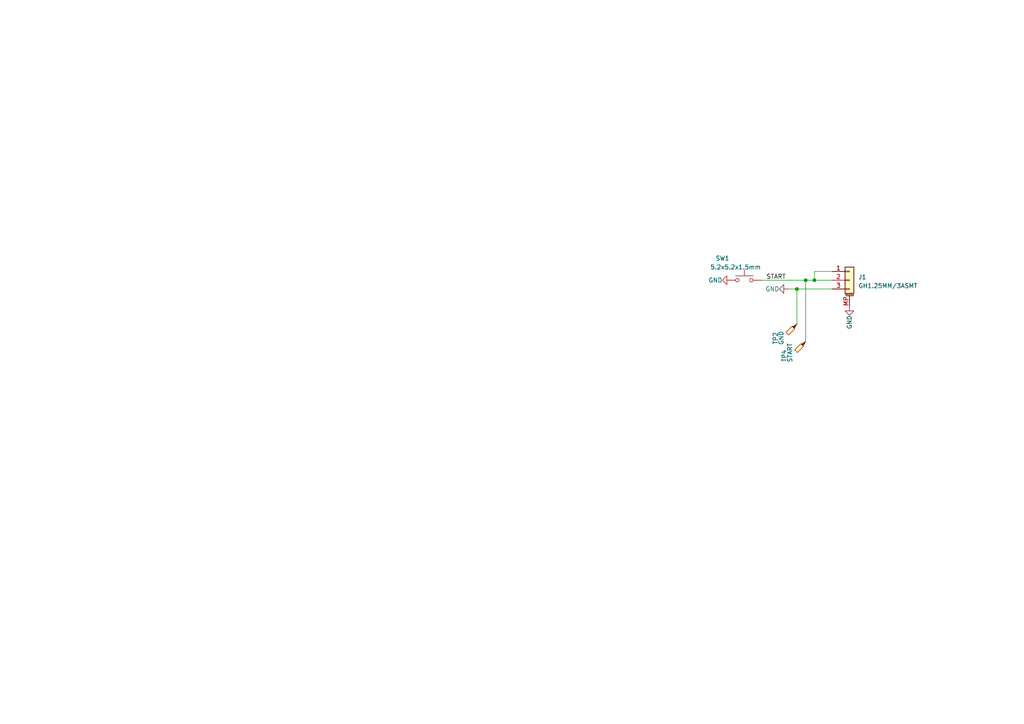
<source format=kicad_sch>
(kicad_sch (version 20231120) (generator "eeschema") (generator_version "8.0")
  (paper "A4")
  (title_block (title "EHDS-01-LED") (date "2022-11-16") (rev "V0.1"))
  (lib_symbols
    (symbol "Connector:TestPoint_Probe" (pin_numbers hide) (pin_names (offset 0.762) hide)
      (property "Reference" "TP" (at 1.651 5.842 0))
      (property "Value" "TestPoint_Probe" (at 1.651 4.064 0))
      (symbol "TestPoint_Probe_0_1"
        (polyline (pts (xy 1.27 0.762) (xy 0 0) (xy 0.762 1.27) (xy 1.27 0.762)) (fill (type outline)))
        (polyline (pts (xy 1.397 0.635) (xy 0.635 1.397) (xy 2.413 3.175) (xy 3.175 2.413) (xy 1.397 0.635)) (fill (type background)))
      )
      (symbol "TestPoint_Probe_1_1"
        (pin passive line (at 0 0 90) (length 0) (name "1") (number "1"))
      )
    )
    (symbol "Connector_Generic_MountingPin:Conn_01x03_MountingPin" (pin_names (offset 1.016) hide)
      (property "Reference" "J" (at 0 5.08 0))
      (property "Value" "Conn_01x03_MountingPin" (at 1.27 -5.08 0))
      (symbol "Conn_01x03_MountingPin_1_1"
        (rectangle (start -1.27 -2.413) (end 0 -2.667) (stroke (width 0.1524)))
        (rectangle (start -1.27 0.127) (end 0 -0.127) (stroke (width 0.1524)))
        (rectangle (start -1.27 2.667) (end 0 2.413) (stroke (width 0.1524)))
        (rectangle (start -1.27 3.81) (end 1.27 -3.81) (stroke (width 0.254)) (fill (type background)))
        (polyline (pts (xy -1.016 -4.572) (xy 1.016 -4.572)) (stroke (width 0.1524)))
        (text "Mounting" (at 0 -4.191 0) (effects (font (size 0.381 0.381))))
        (pin passive line (at -5.08 2.54 0) (length 3.81) (name "Pin_1") (number "1"))
        (pin passive line (at -5.08 0 0) (length 3.81) (name "Pin_2") (number "2"))
        (pin passive line (at -5.08 -2.54 0) (length 3.81) (name "Pin_3") (number "3"))
        (pin passive line (at 0 -7.62 90) (length 3.048) (name "MountPin") (number "MP"))
      )
    )
    (symbol "Switch:SW_Push" (pin_numbers hide) (pin_names (offset 1.016) hide)
      (property "Reference" "SW" (at 1.27 2.54 0))
      (property "Value" "SW_Push" (at 0 -1.524 0))
      (symbol "SW_Push_0_1"
        (circle (center -2.032 0) (radius 0.508))
        (polyline (pts (xy 0 1.27) (xy 0 3.048)))
        (polyline (pts (xy 2.54 1.27) (xy -2.54 1.27)))
        (circle (center 2.032 0) (radius 0.508))
        (pin passive line (at -5.08 0 0) (length 2.54) (name "1") (number "1"))
        (pin passive line (at 5.08 0 180) (length 2.54) (name "2") (number "2"))
      )
    )
    (symbol "power:GND" (power) (pin_names (offset 0))
      (property "Value" "GND" (at 0 -3.81 0))
      (symbol "GND_0_1"
        (polyline (pts (xy 0 0) (xy 0 -1.27) (xy 1.27 -1.27) (xy 0 -2.54) (xy -1.27 -1.27) (xy 0 -1.27)))
      )
      (symbol "GND_1_1"
        (pin power_in line (at 0 0 270) (length 0) hide (name "GND") (number "1"))
      )
    )
  )
  (junction (at 231.14 83.82))
  (junction (at 233.68 81.28))
  (junction (at 236.22 81.28))
  (wire (pts (xy 236.22 78.74) (xy 241.3 78.74)))
  (wire (pts (xy 233.68 99.06) (xy 233.68 81.28)))
  (wire (pts (xy 236.22 81.28) (xy 241.3 81.28)))
  (wire (pts (xy 231.14 93.98) (xy 231.14 83.82)))
  (wire (pts (xy 228.6 83.82) (xy 231.14 83.82)))
  (wire (pts (xy 236.22 78.74) (xy 236.22 81.28)))
  (wire (pts (xy 220.98 81.28) (xy 233.68 81.28)))
  (wire (pts (xy 233.68 81.28) (xy 236.22 81.28)))
  (wire (pts (xy 212.09 81.28) (xy 210.82 81.28)))
  (wire (pts (xy 231.14 83.82) (xy 241.3 83.82)))
  (label "START" (at 222.25 81.28 0))
  (symbol (lib_id "Switch:SW_Push") (at 215.9 81.28 0) (unit 1)
    (property "Reference" "SW1" (at 209.55 74.93 0))
    (property "Value" "5.2x5.2x1.5mm" (at 213.36 77.47 0))
    (property "Footprint" "Button_Switch_SMD:SW_SPST_TL3342" (effects (hide yes)))
  )
  (symbol (lib_id "power:GND") (at 228.6 83.82 270) (unit 1)
    (property "Reference" "#PWR014" (effects (hide yes)))
    (property "Value" "GND" (at 226.06 83.82 90) (effects (justify right)))
  )
  (symbol (lib_id "Connector_Generic_MountingPin:Conn_01x03_MountingPin") (at 246.38 81.28 0) (unit 1)
    (property "Reference" "J1" (at 248.92 80.3655 0) (effects (justify left)))
    (property "Value" "GH1.25MM/3ASMT" (at 248.92 82.9055 0) (effects (justify left)))
    (property "Footprint" "Connector_JST:JST_GH_BM03B-GHS-TBT_1x03-1MP_P1.25mm_Vertical" (effects (hide yes)))
    (property "Description" "Generic connectable mounting pin connector, single row, 01x03, script generated (kicad-library-utils/schlib/autogen/connector/)" (effects (hide yes)))
  )
  (symbol (lib_id "power:GND") (at 246.38 88.9 0) (unit 1)
    (property "Reference" "#PWR015" (effects (hide yes)))
    (property "Value" "GND" (at 246.38 91.44 90) (effects (justify right)))
  )
  (symbol (lib_id "Connector:TestPoint_Probe") (at 233.68 99.06 180) (unit 1)
    (property "Reference" "TP4" (at 227.457 105.029 90) (effects (justify right)))
    (property "Value" "START" (at 229.108 105.156 90) (effects (justify right)))
    (property "Footprint" "TestPoint:TestPoint_Pad_D1.0mm" (effects (hide yes)))
  )
  (symbol (lib_id "power:GND") (at 212.09 81.28 270) (unit 1)
    (property "Reference" "#PWR016" (effects (hide yes)))
    (property "Value" "GND" (at 209.55 81.28 90) (effects (justify right)))
  )
  (symbol (lib_id "Connector:TestPoint_Probe") (at 231.14 93.98 180) (unit 1)
    (property "Reference" "TP2" (at 224.917 99.949 90) (effects (justify right)))
    (property "Value" "GND" (at 226.568 100.076 90) (effects (justify right)))
    (property "Footprint" "TestPoint:TestPoint_Pad_D1.0mm" (effects (hide yes)))
  )
)
</source>
